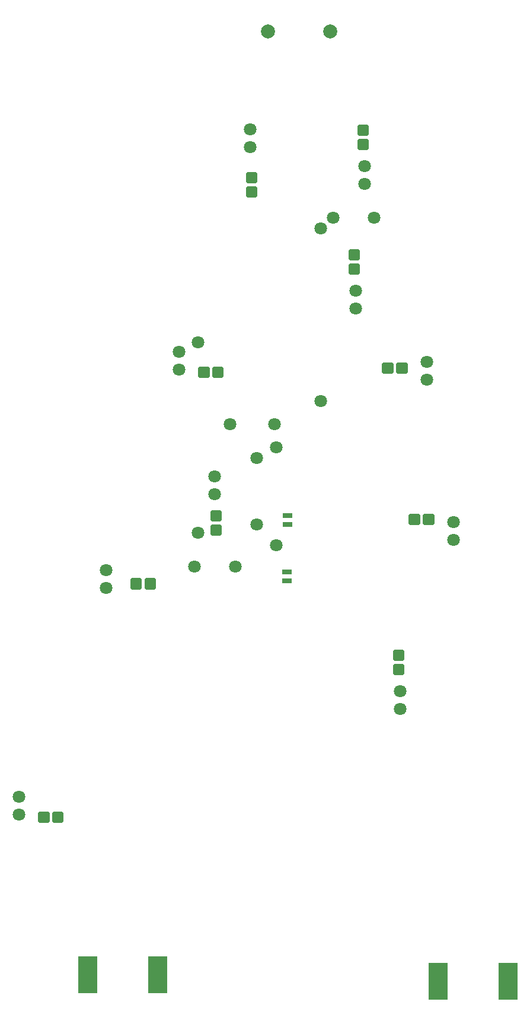
<source format=gbr>
G04 EAGLE Gerber RS-274X export*
G75*
%MOMM*%
%FSLAX34Y34*%
%LPD*%
%INSoldermask Bottom*%
%IPPOS*%
%AMOC8*
5,1,8,0,0,1.08239X$1,22.5*%
G01*
%ADD10R,2.743200X5.283200*%
%ADD11R,1.473200X0.703200*%
%ADD12C,2.003200*%
%ADD13C,1.803200*%
%ADD14C,0.480959*%


D10*
X624530Y36210D03*
X724530Y36210D03*
X224530Y45410D03*
X124530Y45410D03*
D11*
X409540Y700670D03*
X409540Y687970D03*
X409050Y620330D03*
X409050Y607630D03*
D12*
X470800Y1391500D03*
D13*
X150600Y622800D03*
X150600Y597400D03*
X254900Y934300D03*
X254900Y908900D03*
X646800Y665900D03*
X646800Y691300D03*
X305700Y756500D03*
X305700Y731100D03*
X608700Y894500D03*
X608700Y919900D03*
X519800Y1173900D03*
X519800Y1199300D03*
X356500Y1251800D03*
X356500Y1226400D03*
X570600Y424600D03*
X570600Y450000D03*
X26300Y299300D03*
X26300Y273900D03*
X507100Y996100D03*
X507100Y1021500D03*
D12*
X381900Y1391500D03*
D14*
X199111Y597589D02*
X187889Y597589D01*
X187889Y608811D01*
X199111Y608811D01*
X199111Y597589D01*
X199111Y602158D02*
X187889Y602158D01*
X187889Y606727D02*
X199111Y606727D01*
X208079Y597589D02*
X219301Y597589D01*
X208079Y597589D02*
X208079Y608811D01*
X219301Y608811D01*
X219301Y597589D01*
X219301Y602158D02*
X208079Y602158D01*
X208079Y606727D02*
X219301Y606727D01*
X284789Y899189D02*
X296011Y899189D01*
X284789Y899189D02*
X284789Y910411D01*
X296011Y910411D01*
X296011Y899189D01*
X296011Y903758D02*
X284789Y903758D01*
X284789Y908327D02*
X296011Y908327D01*
X304979Y899189D02*
X316201Y899189D01*
X304979Y899189D02*
X304979Y910411D01*
X316201Y910411D01*
X316201Y899189D01*
X316201Y903758D02*
X304979Y903758D01*
X304979Y908327D02*
X316201Y908327D01*
X605689Y701011D02*
X616911Y701011D01*
X616911Y689789D01*
X605689Y689789D01*
X605689Y701011D01*
X605689Y694358D02*
X616911Y694358D01*
X616911Y698927D02*
X605689Y698927D01*
X596721Y701011D02*
X585499Y701011D01*
X596721Y701011D02*
X596721Y689789D01*
X585499Y689789D01*
X585499Y701011D01*
X585499Y694358D02*
X596721Y694358D01*
X596721Y698927D02*
X585499Y698927D01*
X302289Y694589D02*
X302289Y705811D01*
X313511Y705811D01*
X313511Y694589D01*
X302289Y694589D01*
X302289Y699158D02*
X313511Y699158D01*
X313511Y703727D02*
X302289Y703727D01*
X302289Y685621D02*
X302289Y674399D01*
X302289Y685621D02*
X313511Y685621D01*
X313511Y674399D01*
X302289Y674399D01*
X302289Y678968D02*
X313511Y678968D01*
X313511Y683537D02*
X302289Y683537D01*
X567589Y916911D02*
X578811Y916911D01*
X578811Y905689D01*
X567589Y905689D01*
X567589Y916911D01*
X567589Y910258D02*
X578811Y910258D01*
X578811Y914827D02*
X567589Y914827D01*
X558621Y916911D02*
X547399Y916911D01*
X558621Y916911D02*
X558621Y905689D01*
X547399Y905689D01*
X547399Y916911D01*
X547399Y910258D02*
X558621Y910258D01*
X558621Y914827D02*
X547399Y914827D01*
X523211Y1224589D02*
X523211Y1235811D01*
X523211Y1224589D02*
X511989Y1224589D01*
X511989Y1235811D01*
X523211Y1235811D01*
X523211Y1229158D02*
X511989Y1229158D01*
X511989Y1233727D02*
X523211Y1233727D01*
X523211Y1244779D02*
X523211Y1256001D01*
X523211Y1244779D02*
X511989Y1244779D01*
X511989Y1256001D01*
X523211Y1256001D01*
X523211Y1249348D02*
X511989Y1249348D01*
X511989Y1253917D02*
X523211Y1253917D01*
X353089Y1188411D02*
X353089Y1177189D01*
X353089Y1188411D02*
X364311Y1188411D01*
X364311Y1177189D01*
X353089Y1177189D01*
X353089Y1181758D02*
X364311Y1181758D01*
X364311Y1186327D02*
X353089Y1186327D01*
X353089Y1168221D02*
X353089Y1156999D01*
X353089Y1168221D02*
X364311Y1168221D01*
X364311Y1156999D01*
X353089Y1156999D01*
X353089Y1161568D02*
X364311Y1161568D01*
X364311Y1166137D02*
X353089Y1166137D01*
X574011Y486511D02*
X574011Y475289D01*
X562789Y475289D01*
X562789Y486511D01*
X574011Y486511D01*
X574011Y479858D02*
X562789Y479858D01*
X562789Y484427D02*
X574011Y484427D01*
X574011Y495479D02*
X574011Y506701D01*
X574011Y495479D02*
X562789Y495479D01*
X562789Y506701D01*
X574011Y506701D01*
X574011Y500048D02*
X562789Y500048D01*
X562789Y504617D02*
X574011Y504617D01*
X67411Y264189D02*
X56189Y264189D01*
X56189Y275411D01*
X67411Y275411D01*
X67411Y264189D01*
X67411Y268758D02*
X56189Y268758D01*
X56189Y273327D02*
X67411Y273327D01*
X76379Y264189D02*
X87601Y264189D01*
X76379Y264189D02*
X76379Y275411D01*
X87601Y275411D01*
X87601Y264189D01*
X87601Y268758D02*
X76379Y268758D01*
X76379Y273327D02*
X87601Y273327D01*
X510511Y1046789D02*
X510511Y1058011D01*
X510511Y1046789D02*
X499289Y1046789D01*
X499289Y1058011D01*
X510511Y1058011D01*
X510511Y1051358D02*
X499289Y1051358D01*
X499289Y1055927D02*
X510511Y1055927D01*
X510511Y1066979D02*
X510511Y1078201D01*
X510511Y1066979D02*
X499289Y1066979D01*
X499289Y1078201D01*
X510511Y1078201D01*
X510511Y1071548D02*
X499289Y1071548D01*
X499289Y1076117D02*
X510511Y1076117D01*
D13*
X533400Y1125220D03*
X474980Y1125220D03*
X281940Y675640D03*
X281940Y947420D03*
X366130Y687970D03*
X365760Y782320D03*
X327660Y830580D03*
X391160Y830580D03*
X393700Y657860D03*
X276860Y627380D03*
X335280Y627380D03*
X393700Y797560D03*
X457200Y863600D03*
X457200Y1109980D03*
M02*

</source>
